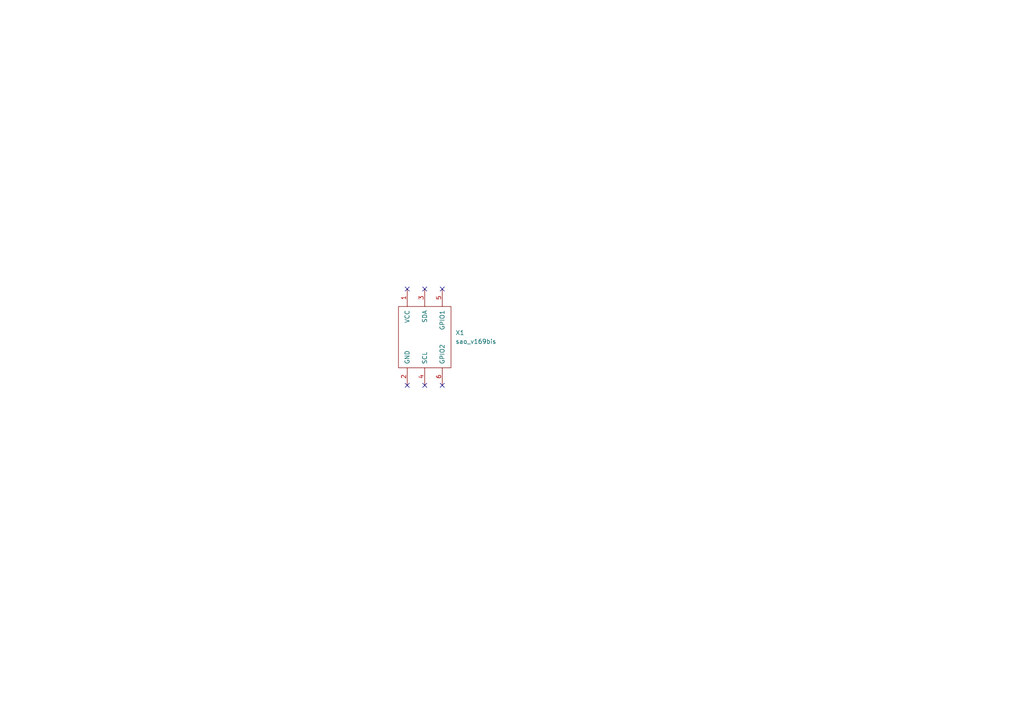
<source format=kicad_sch>
(kicad_sch (version 20211123) (generator eeschema)
  (paper "A4")
  (lib_symbols
    (symbol "BadgePiratesSymbols:Badgelife_sao_connector_v169bis" (pin_names (offset 1.016))
      (property "Reference" "X" (at 0 0 0))
      (property "Value" "Badgelife_sao_connector_v169bis" (at 0 20.32 0))
      (symbol "Badgelife_sao_connector_v169bis_0_1"
        (rectangle (start -7.62 8.89) (end 7.62 -8.89))
      )
      (symbol "Badgelife_sao_connector_v169bis_1_1"
        (pin input line (at -5.08 13.97 270) (length 5.08) (name "VCC") (number "1"))
        (pin input line (at -5.08 -13.97 90) (length 5.08) (name "GND") (number "2"))
        (pin input line (at 0 13.97 270) (length 5.08) (name "SDA") (number "3"))
        (pin input line (at 0 -13.97 90) (length 5.08) (name "SCL") (number "4"))
        (pin input line (at 5.08 13.97 270) (length 5.08) (name "GPIO1") (number "5"))
        (pin input line (at 5.08 -13.97 90) (length 5.08) (name "GPIO2") (number "6"))
      )
    )
  )
  (no_connect (at 118.11 111.76))
  (no_connect (at 118.11 83.82))
  (no_connect (at 123.19 83.82))
  (no_connect (at 128.27 83.82))
  (no_connect (at 128.27 111.76))
  (no_connect (at 123.19 111.76))
  (symbol (lib_id "BadgePiratesSymbols:Badgelife_sao_connector_v169bis") (at 123.19 97.79 0) (unit 1)
    (property "Reference" "X1" (at 132.08 96.5199 0) (effects (justify left)))
    (property "Value" "sao_v169bis" (at 132.08 99.0599 0) (effects (justify left)))
    (property "Footprint" "BadgePirates:Badgelife-SAOv169-SAO_Side_B.SLK" (effects hide))
  )
)
</source>
